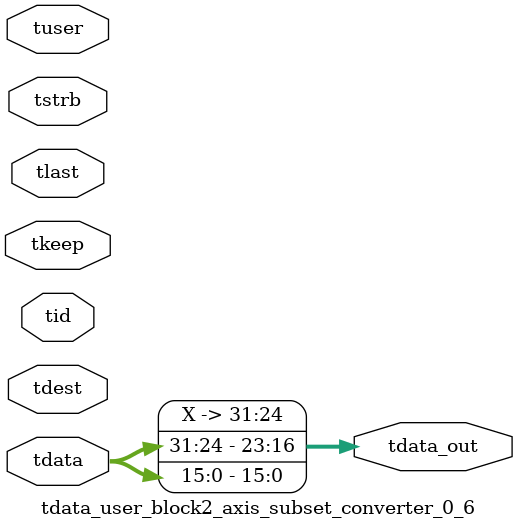
<source format=v>


`timescale 1ps/1ps

module tdata_user_block2_axis_subset_converter_0_6 #
(
parameter C_S_AXIS_TDATA_WIDTH = 32,
parameter C_S_AXIS_TUSER_WIDTH = 0,
parameter C_S_AXIS_TID_WIDTH   = 0,
parameter C_S_AXIS_TDEST_WIDTH = 0,
parameter C_M_AXIS_TDATA_WIDTH = 32
)
(
input  [(C_S_AXIS_TDATA_WIDTH == 0 ? 1 : C_S_AXIS_TDATA_WIDTH)-1:0     ] tdata,
input  [(C_S_AXIS_TUSER_WIDTH == 0 ? 1 : C_S_AXIS_TUSER_WIDTH)-1:0     ] tuser,
input  [(C_S_AXIS_TID_WIDTH   == 0 ? 1 : C_S_AXIS_TID_WIDTH)-1:0       ] tid,
input  [(C_S_AXIS_TDEST_WIDTH == 0 ? 1 : C_S_AXIS_TDEST_WIDTH)-1:0     ] tdest,
input  [(C_S_AXIS_TDATA_WIDTH/8)-1:0 ] tkeep,
input  [(C_S_AXIS_TDATA_WIDTH/8)-1:0 ] tstrb,
input                                                                    tlast,
output [C_M_AXIS_TDATA_WIDTH-1:0] tdata_out
);

assign tdata_out = {tdata[39:24],tdata[15:0]};

endmodule


</source>
